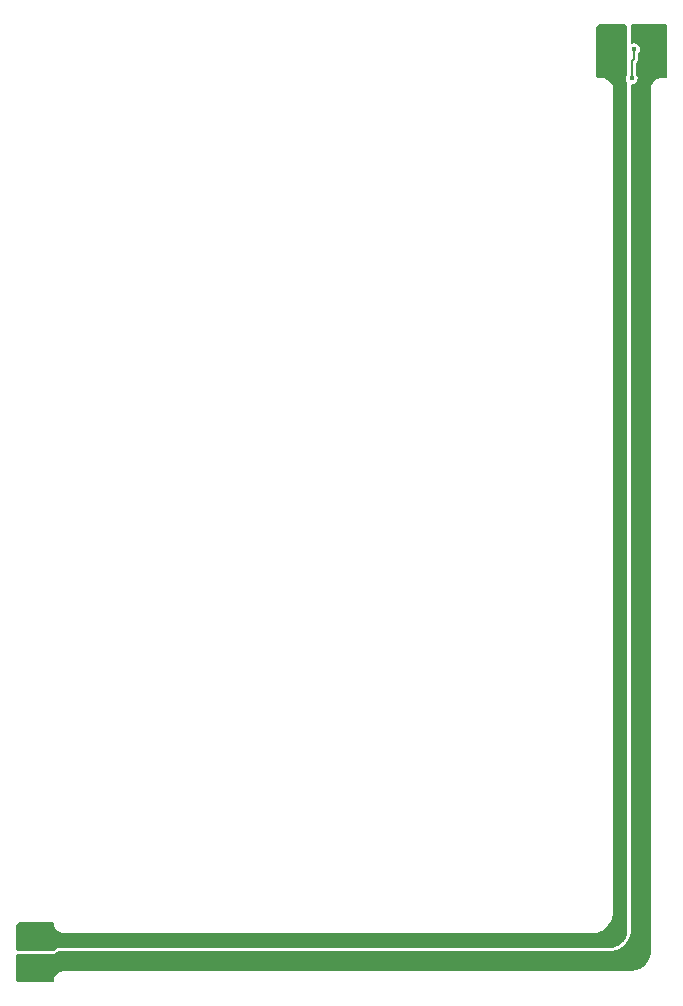
<source format=gbl>
%FSTAX23Y23*%
%MOIN*%
%SFA1B1*%

%IPPOS*%
%ADD19C,0.007900*%
%ADD22C,0.017700*%
%LNbattery_flex-1*%
%LPD*%
G36*
X01263Y0181D02*
X01263Y0181D01*
X01263*
X01267Y01808*
X01269Y01803*
Y01634*
X01269Y01634*
X01268Y01633*
X01268Y01632*
X01267Y01631*
X01267Y01631*
X01266Y0163*
X01264Y0163*
X01264Y0163*
X0125*
X0125Y0163*
X01249Y0163*
X01244Y01629*
X01243Y01629*
X01241Y01628*
X01241Y01628*
X01239Y01628*
X01233Y01626*
X01229Y01623*
X01228Y01622*
X01227Y01622*
X01225Y0162*
X01223Y01617*
X01222Y01616*
X01221Y01616*
Y01616*
X0122Y01614*
X01219Y01612*
Y01612*
X01219*
X01215Y01603*
X01215Y01601*
X01214Y016*
X01214Y01595*
Y01594*
X01214Y01594*
Y-01279*
X01214*
X01214Y-01279*
X01214Y-01285*
X01211Y-01299*
X01206Y-01312*
X01203Y-01316*
X01199Y-01322*
X01189Y-01332*
X01178Y-01339*
X01166Y-01344*
X01153Y-01346*
X01146Y-01346*
X01146*
X01146*
X-00739*
X-0074Y-01346*
X-00741Y-01346*
X-00746Y-01347*
X-00747Y-01347*
X-00749Y-01348*
X-00749Y-01348*
X-0075*
X-00751Y-01348*
X-00754Y-01349*
X-00756Y-0135*
X-00758Y-01351*
X-00759Y-01352*
X-00761Y-01354*
X-00761Y-01354*
X-00768Y-0136*
Y-0136*
X-00768Y-01361*
X-00772Y-01364*
X-00772Y-01365*
X-00774Y-01367*
X-00775Y-01369*
X-00775Y-01371*
X-00775Y-01373*
Y-01378*
X-00775Y-01379*
X-00776Y-01381*
X-00778Y-01383*
X-0078Y-01383*
X-00893*
X-00895*
X-00898Y-01382*
X-009Y-0138*
X-00901Y-01378*
Y-01294*
X-009Y-01291*
X-00897Y-01289*
X-00896Y-01289*
X-00894Y-01289*
X-00892*
X-00782*
X-00782Y-01289*
X-00781*
X-00777Y-01289*
X-00777Y-01288*
X-00776Y-01288*
X-00773Y-01287*
X-00772Y-01287*
X-00771Y-01287*
X-00768Y-01285*
X-00768Y-01285*
X-00767Y-01284*
X-00765Y-01283*
X-00761Y-01281*
X-00757Y-01279*
X-00756*
X01079*
X01084*
X01085Y-01279*
X01086*
X01096Y-01277*
X01097Y-01277*
X01098Y-01277*
X01107Y-01273*
X01108Y-01272*
X01109Y-01272*
X01117Y-01266*
X01118Y-01266*
X01118Y-01265*
X01119Y-01265*
X01121Y-01263*
X01127Y-01258*
X01131Y-01253*
X01139Y-01242*
X01144Y-01229*
X01147Y-01215*
X01147Y-01209*
Y01607*
X01151Y0161*
X01158Y01612*
X01165Y01616*
X01169Y01622*
X0117Y0163*
X01169Y01637*
X01165Y01642*
X01166Y01678*
Y01681*
X01167Y01684*
X01168Y01687*
X01171Y01692*
X01173Y017*
X01173Y01701*
Y01713*
X01177Y01719*
X01178Y01726*
X01177Y01734*
X01173Y0174*
X01166Y01744*
X01159Y01746*
X01152Y01744*
X01151Y01745*
X01147Y01746*
Y01799*
Y01801*
X01149Y01805*
X01152Y01809*
X01156Y0181*
X01263Y0181*
G37*
G36*
X01125Y0181D02*
X0113Y01808D01*
X01134Y01804*
X01136Y01799*
Y01796*
Y01642*
X01133Y01637*
X01132Y0163*
X01133Y01622*
X01136Y01618*
Y01528*
Y-01209*
Y-01215*
X01134Y-01226*
X0113Y-01236*
X01124Y-01246*
X0112Y-0125*
X01115Y-01254*
X01111Y-01258*
X01103Y-01263*
X01094Y-01267*
X01084Y-01269*
X01079*
X-00756*
X-00758*
X-00761Y-0127*
X-00765Y-01271*
X-00768Y-01272*
X-00769Y-01273*
X-00773Y-01276*
X-00776Y-01278*
X-00779Y-01279*
X-00782Y-01279*
X-00892*
X-00894*
X-00897Y-01278*
X-009Y-01275*
X-00901Y-01273*
Y-01192*
X-00899Y-01189*
X-00896Y-01185*
X-00892Y-01184*
X-0078*
X-00775Y-01186*
X-00775Y-0119*
X-00774Y-01192*
X-00774Y-01194*
X-00774Y-01194*
X-00774Y-01196*
X-00771Y-01202*
X-00767Y-01208*
X-00762Y-01213*
X-00756Y-01217*
X-0075Y-01219*
X-00743Y-01221*
X-0074Y-01221*
X01011*
X01016*
X01023Y-01221*
X01035Y-01218*
X01036Y-01218*
X01037Y-01218*
X01038Y-01217*
X01049Y-01213*
X0105Y-01213*
X0105Y-01213*
X0105Y-01212*
X01051Y-01212*
X01061Y-01206*
X01062Y-01205*
X01063Y-01204*
X01071Y-01196*
X01072Y-01195*
X01073Y-01194*
X01079Y-01184*
X0108Y-01183*
X0108Y-01182*
X01085Y-01171*
X01085Y-0117*
X01086Y-01169*
X01088Y-01157*
Y-01156*
X01088Y-01155*
X01088Y-0115*
X01088Y-01149*
X01088Y-01149*
Y01594*
X01088Y01594*
X01088Y01595*
X01088Y01599*
X01087Y01601*
X01087Y01603*
X01084Y01611*
Y01612*
X01082Y01613*
X01081Y01615*
Y01615*
X01074Y01622*
X01074Y01622*
X01072Y01623*
X01071Y01625*
X0107*
X01062Y01628*
X0106Y01629*
X01058Y01629*
X01054Y0163*
X01053Y0163*
X01053Y0163*
X01039*
X01036Y01631*
X01034Y01633*
X01033Y01635*
Y018*
X01035Y01805*
X01039Y01808*
X01043Y0181*
X01125*
G37*
G54D19*
X01157Y01695D02*
D01*
X01157Y01695*
X01157Y01696*
X01158Y01696*
X01158Y01697*
X01158Y01697*
X01158Y01698*
X01158Y01698*
X01159Y01699*
X01159Y01699*
X01159Y017*
X01159Y017*
X01157Y01695D02*
D01*
X01156Y01694*
X01155Y01693*
X01154Y01692*
X01154Y01691*
X01153Y0169*
X01153Y01689*
X01152Y01688*
X01152Y01686*
X01152Y01685*
X01152Y01684*
X01152Y01683*
X01159Y017D02*
X01159Y01726D01*
X01151Y0163D02*
X01152Y01683D01*
D01*
G54D22*
X-00791Y-01345D03*
X-00822D03*
X-00854D03*
X-00885D03*
Y-01222D03*
X-00854D03*
X-00822D03*
X-00791D03*
X01159Y01726D03*
X01151Y0163D03*
X-00885Y-01373D03*
X-00854D03*
X-00822D03*
X-00791D03*
Y-01194D03*
X-00822D03*
X-00854D03*
X-00885D03*
X01254Y01799D03*
Y01767D03*
Y01736D03*
Y01704D03*
Y01673D03*
Y01641D03*
X01048D03*
Y01673D03*
Y01704D03*
Y01736D03*
Y01767D03*
Y01799D03*
M02*
</source>
